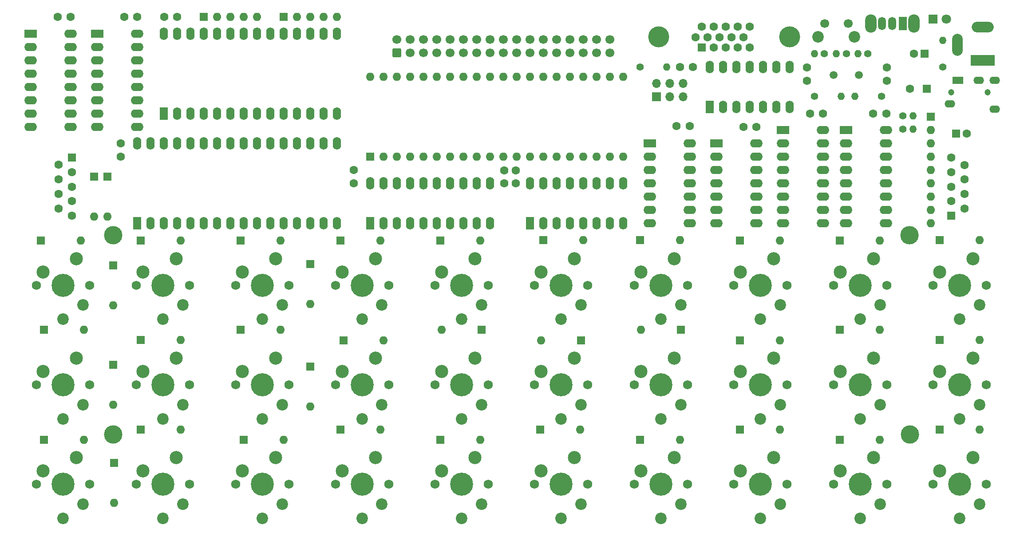
<source format=gbr>
%TF.GenerationSoftware,KiCad,Pcbnew,8.0.6*%
%TF.CreationDate,2024-12-27T12:36:34+00:00*%
%TF.ProjectId,a0,61302e6b-6963-4616-945f-706362585858,rev?*%
%TF.SameCoordinates,Original*%
%TF.FileFunction,Soldermask,Bot*%
%TF.FilePolarity,Negative*%
%FSLAX46Y46*%
G04 Gerber Fmt 4.6, Leading zero omitted, Abs format (unit mm)*
G04 Created by KiCad (PCBNEW 8.0.6) date 2024-12-27 12:36:34*
%MOMM*%
%LPD*%
G01*
G04 APERTURE LIST*
G04 Aperture macros list*
%AMRoundRect*
0 Rectangle with rounded corners*
0 $1 Rounding radius*
0 $2 $3 $4 $5 $6 $7 $8 $9 X,Y pos of 4 corners*
0 Add a 4 corners polygon primitive as box body*
4,1,4,$2,$3,$4,$5,$6,$7,$8,$9,$2,$3,0*
0 Add four circle primitives for the rounded corners*
1,1,$1+$1,$2,$3*
1,1,$1+$1,$4,$5*
1,1,$1+$1,$6,$7*
1,1,$1+$1,$8,$9*
0 Add four rect primitives between the rounded corners*
20,1,$1+$1,$2,$3,$4,$5,0*
20,1,$1+$1,$4,$5,$6,$7,0*
20,1,$1+$1,$6,$7,$8,$9,0*
20,1,$1+$1,$8,$9,$2,$3,0*%
G04 Aperture macros list end*
%ADD10C,1.750000*%
%ADD11C,4.400000*%
%ADD12C,2.500000*%
%ADD13C,2.200000*%
%ADD14C,1.600000*%
%ADD15R,2.400000X1.600000*%
%ADD16O,2.400000X1.600000*%
%ADD17R,1.600000X1.600000*%
%ADD18O,1.600000X1.600000*%
%ADD19O,1.500000X2.500000*%
%ADD20R,1.500000X2.500000*%
%ADD21O,2.200000X3.500000*%
%ADD22R,1.700000X1.700000*%
%ADD23O,1.700000X1.700000*%
%ADD24R,1.600000X2.400000*%
%ADD25O,1.600000X2.400000*%
%ADD26C,1.400000*%
%ADD27O,1.400000X1.400000*%
%ADD28C,3.500000*%
%ADD29O,2.000000X4.200000*%
%ADD30O,4.200000X2.000000*%
%ADD31R,4.600000X2.000000*%
%ADD32R,2.000000X1.400000*%
%ADD33O,2.000000X1.400000*%
%ADD34C,1.200000*%
%ADD35C,1.700000*%
%ADD36C,4.000000*%
%ADD37C,1.500000*%
%ADD38R,1.800000X1.800000*%
%ADD39C,1.800000*%
%ADD40RoundRect,0.250000X0.600000X-0.600000X0.600000X0.600000X-0.600000X0.600000X-0.600000X-0.600000X0*%
G04 APERTURE END LIST*
D10*
%TO.C,SW24*%
X108920000Y-133000000D03*
D11*
X114000000Y-133000000D03*
D10*
X119080000Y-133000000D03*
D12*
X116540000Y-127920000D03*
D13*
X117800000Y-136800000D03*
D12*
X110190000Y-130460000D03*
D13*
X114000000Y-139500000D03*
%TD*%
D10*
%TO.C,SW12*%
X70920000Y-114000000D03*
D11*
X76000000Y-114000000D03*
D10*
X81080000Y-114000000D03*
D12*
X78540000Y-108920000D03*
D13*
X79800000Y-117800000D03*
D12*
X72190000Y-111460000D03*
D13*
X76000000Y-120500000D03*
%TD*%
D10*
%TO.C,SW10*%
X222920000Y-95000000D03*
D11*
X228000000Y-95000000D03*
D10*
X233080000Y-95000000D03*
D12*
X230540000Y-89920000D03*
D13*
X231800000Y-98800000D03*
D12*
X224190000Y-92460000D03*
D13*
X228000000Y-101500000D03*
%TD*%
D10*
%TO.C,SW8*%
X184920000Y-95000000D03*
D11*
X190000000Y-95000000D03*
D10*
X195080000Y-95000000D03*
D12*
X192540000Y-89920000D03*
D13*
X193800000Y-98800000D03*
D12*
X186190000Y-92460000D03*
D13*
X190000000Y-101500000D03*
%TD*%
D10*
%TO.C,SW11*%
X51920000Y-114000000D03*
D11*
X57000000Y-114000000D03*
D10*
X62080000Y-114000000D03*
D12*
X59540000Y-108920000D03*
D13*
X60800000Y-117800000D03*
D12*
X53190000Y-111460000D03*
D13*
X57000000Y-120500000D03*
%TD*%
D10*
%TO.C,SW14*%
X108920000Y-114000000D03*
D11*
X114000000Y-114000000D03*
D10*
X119080000Y-114000000D03*
D12*
X116540000Y-108920000D03*
D13*
X117800000Y-117800000D03*
D12*
X110190000Y-111460000D03*
D13*
X114000000Y-120500000D03*
%TD*%
D10*
%TO.C,SW17*%
X165920000Y-114000000D03*
D11*
X171000000Y-114000000D03*
D10*
X176080000Y-114000000D03*
D12*
X173540000Y-108920000D03*
D13*
X174800000Y-117800000D03*
D12*
X167190000Y-111460000D03*
D13*
X171000000Y-120500000D03*
%TD*%
D10*
%TO.C,SW7*%
X165920000Y-95000000D03*
D11*
X171000000Y-95000000D03*
D10*
X176080000Y-95000000D03*
D12*
X173540000Y-89920000D03*
D13*
X174800000Y-98800000D03*
D12*
X167190000Y-92460000D03*
D13*
X171000000Y-101500000D03*
%TD*%
D10*
%TO.C,SW3*%
X89920000Y-95000000D03*
D11*
X95000000Y-95000000D03*
D10*
X100080000Y-95000000D03*
D12*
X97540000Y-89920000D03*
D13*
X98800000Y-98800000D03*
D12*
X91190000Y-92460000D03*
D13*
X95000000Y-101500000D03*
%TD*%
D10*
%TO.C,SW4*%
X108920000Y-95000000D03*
D11*
X114000000Y-95000000D03*
D10*
X119080000Y-95000000D03*
D12*
X116540000Y-89920000D03*
D13*
X117800000Y-98800000D03*
D12*
X110190000Y-92460000D03*
D13*
X114000000Y-101500000D03*
%TD*%
D10*
%TO.C,SW28*%
X184920000Y-133000000D03*
D11*
X190000000Y-133000000D03*
D10*
X195080000Y-133000000D03*
D12*
X192540000Y-127920000D03*
D13*
X193800000Y-136800000D03*
D12*
X186190000Y-130460000D03*
D13*
X190000000Y-139500000D03*
%TD*%
D10*
%TO.C,SW13*%
X89920000Y-114000000D03*
D11*
X95000000Y-114000000D03*
D10*
X100080000Y-114000000D03*
D12*
X97540000Y-108920000D03*
D13*
X98800000Y-117800000D03*
D12*
X91190000Y-111460000D03*
D13*
X95000000Y-120500000D03*
%TD*%
D10*
%TO.C,SW2*%
X70920000Y-95000000D03*
D11*
X76000000Y-95000000D03*
D10*
X81080000Y-95000000D03*
D12*
X78540000Y-89920000D03*
D13*
X79800000Y-98800000D03*
D12*
X72190000Y-92460000D03*
D13*
X76000000Y-101500000D03*
%TD*%
D10*
%TO.C,SW23*%
X89920000Y-133000000D03*
D11*
X95000000Y-133000000D03*
D10*
X100080000Y-133000000D03*
D12*
X97540000Y-127920000D03*
D13*
X98800000Y-136800000D03*
D12*
X91190000Y-130460000D03*
D13*
X95000000Y-139500000D03*
%TD*%
D10*
%TO.C,SW9*%
X203920000Y-95000000D03*
D11*
X209000000Y-95000000D03*
D10*
X214080000Y-95000000D03*
D12*
X211540000Y-89920000D03*
D13*
X212800000Y-98800000D03*
D12*
X205190000Y-92460000D03*
D13*
X209000000Y-101500000D03*
%TD*%
D10*
%TO.C,SW19*%
X203920000Y-114000000D03*
D11*
X209000000Y-114000000D03*
D10*
X214080000Y-114000000D03*
D12*
X211540000Y-108920000D03*
D13*
X212800000Y-117800000D03*
D12*
X205190000Y-111460000D03*
D13*
X209000000Y-120500000D03*
%TD*%
D10*
%TO.C,SW18*%
X184920000Y-114000000D03*
D11*
X190000000Y-114000000D03*
D10*
X195080000Y-114000000D03*
D12*
X192540000Y-108920000D03*
D13*
X193800000Y-117800000D03*
D12*
X186190000Y-111460000D03*
D13*
X190000000Y-120500000D03*
%TD*%
D10*
%TO.C,SW22*%
X70920000Y-133000000D03*
D11*
X76000000Y-133000000D03*
D10*
X81080000Y-133000000D03*
D12*
X78540000Y-127920000D03*
D13*
X79800000Y-136800000D03*
D12*
X72190000Y-130460000D03*
D13*
X76000000Y-139500000D03*
%TD*%
D10*
%TO.C,SW21*%
X51920000Y-133000000D03*
D11*
X57000000Y-133000000D03*
D10*
X62080000Y-133000000D03*
D12*
X59540000Y-127920000D03*
D13*
X60800000Y-136800000D03*
D12*
X53190000Y-130460000D03*
D13*
X57000000Y-139500000D03*
%TD*%
D10*
%TO.C,SW16*%
X146920000Y-114000000D03*
D11*
X152000000Y-114000000D03*
D10*
X157080000Y-114000000D03*
D12*
X154540000Y-108920000D03*
D13*
X155800000Y-117800000D03*
D12*
X148190000Y-111460000D03*
D13*
X152000000Y-120500000D03*
%TD*%
D10*
%TO.C,SW30*%
X222920000Y-133000000D03*
D11*
X228000000Y-133000000D03*
D10*
X233080000Y-133000000D03*
D12*
X230540000Y-127920000D03*
D13*
X231800000Y-136800000D03*
D12*
X224190000Y-130460000D03*
D13*
X228000000Y-139500000D03*
%TD*%
D10*
%TO.C,SW6*%
X146920000Y-95000000D03*
D11*
X152000000Y-95000000D03*
D10*
X157080000Y-95000000D03*
D12*
X154540000Y-89920000D03*
D13*
X155800000Y-98800000D03*
D12*
X148190000Y-92460000D03*
D13*
X152000000Y-101500000D03*
%TD*%
D10*
%TO.C,SW26*%
X146920000Y-133000000D03*
D11*
X152000000Y-133000000D03*
D10*
X157080000Y-133000000D03*
D12*
X154540000Y-127920000D03*
D13*
X155800000Y-136800000D03*
D12*
X148190000Y-130460000D03*
D13*
X152000000Y-139500000D03*
%TD*%
D10*
%TO.C,SW25*%
X127920000Y-133000000D03*
D11*
X133000000Y-133000000D03*
D10*
X138080000Y-133000000D03*
D12*
X135540000Y-127920000D03*
D13*
X136800000Y-136800000D03*
D12*
X129190000Y-130460000D03*
D13*
X133000000Y-139500000D03*
%TD*%
D10*
%TO.C,SW15*%
X127920000Y-114000000D03*
D11*
X133000000Y-114000000D03*
D10*
X138080000Y-114000000D03*
D12*
X135540000Y-108920000D03*
D13*
X136800000Y-117800000D03*
D12*
X129190000Y-111460000D03*
D13*
X133000000Y-120500000D03*
%TD*%
D10*
%TO.C,SW27*%
X165920000Y-133000000D03*
D11*
X171000000Y-133000000D03*
D10*
X176080000Y-133000000D03*
D12*
X173540000Y-127920000D03*
D13*
X174800000Y-136800000D03*
D12*
X167190000Y-130460000D03*
D13*
X171000000Y-139500000D03*
%TD*%
D10*
%TO.C,SW29*%
X203920000Y-133000000D03*
D11*
X209000000Y-133000000D03*
D10*
X214080000Y-133000000D03*
D12*
X211540000Y-127920000D03*
D13*
X212800000Y-136800000D03*
D12*
X205190000Y-130460000D03*
D13*
X209000000Y-139500000D03*
%TD*%
D10*
%TO.C,SW5*%
X127920000Y-95000000D03*
D11*
X133000000Y-95000000D03*
D10*
X138080000Y-95000000D03*
D12*
X135540000Y-89920000D03*
D13*
X136800000Y-98800000D03*
D12*
X129190000Y-92460000D03*
D13*
X133000000Y-101500000D03*
%TD*%
D10*
%TO.C,SW20*%
X222920000Y-114000000D03*
D11*
X228000000Y-114000000D03*
D10*
X233080000Y-114000000D03*
D12*
X230540000Y-108920000D03*
D13*
X231800000Y-117800000D03*
D12*
X224190000Y-111460000D03*
D13*
X228000000Y-120500000D03*
%TD*%
D10*
%TO.C,SW1*%
X51920000Y-95000000D03*
D11*
X57000000Y-95000000D03*
D10*
X62080000Y-95000000D03*
D12*
X59540000Y-89920000D03*
D13*
X60800000Y-98800000D03*
D12*
X53190000Y-92460000D03*
D13*
X57000000Y-101500000D03*
%TD*%
D14*
%TO.C,C7*%
X67945000Y-70465000D03*
X67945000Y-67965000D03*
%TD*%
D15*
%TO.C,U10*%
X181610000Y-67945000D03*
D16*
X181610000Y-70485000D03*
X181610000Y-73025000D03*
X181610000Y-75565000D03*
X181610000Y-78105000D03*
X181610000Y-80645000D03*
X181610000Y-83185000D03*
X189230000Y-83185000D03*
X189230000Y-80645000D03*
X189230000Y-78105000D03*
X189230000Y-75565000D03*
X189230000Y-73025000D03*
X189230000Y-70485000D03*
X189230000Y-67945000D03*
%TD*%
D14*
%TO.C,C2*%
X214085000Y-53487000D03*
X214085000Y-55987000D03*
%TD*%
D17*
%TO.C,J8*%
X226357169Y-81750000D03*
D14*
X226357169Y-78980000D03*
X226357169Y-76210000D03*
X226357169Y-73440000D03*
X226357169Y-70670000D03*
X228897169Y-80365000D03*
X228897169Y-77595000D03*
X228897169Y-74825000D03*
X228897169Y-72055000D03*
%TD*%
D17*
%TO.C,D37*%
X65405000Y-74295000D03*
D18*
X65405000Y-81915000D03*
%TD*%
D19*
%TO.C,SW32*%
X213170000Y-45085000D03*
X215170000Y-45085000D03*
D20*
X217170000Y-45085000D03*
D21*
X211070000Y-45085000D03*
X219270000Y-45085000D03*
%TD*%
D15*
%TO.C,U12*%
X206360000Y-65420000D03*
D16*
X206360000Y-67960000D03*
X206360000Y-70500000D03*
X206360000Y-73040000D03*
X206360000Y-75580000D03*
X206360000Y-78120000D03*
X206360000Y-80660000D03*
X206360000Y-83200000D03*
X213980000Y-83200000D03*
X213980000Y-80660000D03*
X213980000Y-78120000D03*
X213980000Y-75580000D03*
X213980000Y-73040000D03*
X213980000Y-70500000D03*
X213980000Y-67960000D03*
X213980000Y-65420000D03*
%TD*%
D17*
%TO.C,D7*%
X52705000Y-86500000D03*
D18*
X60325000Y-86500000D03*
%TD*%
D17*
%TO.C,D12*%
X224155000Y-86360000D03*
D18*
X231775000Y-86360000D03*
%TD*%
D17*
%TO.C,J7*%
X58642831Y-70660000D03*
D14*
X58642831Y-73430000D03*
X58642831Y-76200000D03*
X58642831Y-78970000D03*
X58642831Y-81740000D03*
X56102831Y-72045000D03*
X56102831Y-74815000D03*
X56102831Y-77585000D03*
X56102831Y-80355000D03*
%TD*%
D22*
%TO.C,J1*%
X170195000Y-59060000D03*
D23*
X170195000Y-56520000D03*
X172735000Y-59060000D03*
X172735000Y-56520000D03*
X175275000Y-59060000D03*
X175275000Y-56520000D03*
%TD*%
D24*
%TO.C,U3*%
X76210000Y-62230000D03*
D25*
X78750000Y-62230000D03*
X81290000Y-62230000D03*
X83830000Y-62230000D03*
X86370000Y-62230000D03*
X88910000Y-62230000D03*
X91450000Y-62230000D03*
X93990000Y-62230000D03*
X96530000Y-62230000D03*
X99070000Y-62230000D03*
X101610000Y-62230000D03*
X104150000Y-62230000D03*
X106690000Y-62230000D03*
X109230000Y-62230000D03*
X109230000Y-46990000D03*
X106690000Y-46990000D03*
X104150000Y-46990000D03*
X101610000Y-46990000D03*
X99070000Y-46990000D03*
X96530000Y-46990000D03*
X93990000Y-46990000D03*
X91450000Y-46990000D03*
X88910000Y-46990000D03*
X86370000Y-46990000D03*
X83830000Y-46990000D03*
X81290000Y-46990000D03*
X78750000Y-46990000D03*
X76210000Y-46990000D03*
%TD*%
D24*
%TO.C,U8*%
X180340000Y-60975000D03*
D25*
X182880000Y-60975000D03*
X185420000Y-60975000D03*
X187960000Y-60975000D03*
X190500000Y-60975000D03*
X193040000Y-60975000D03*
X195580000Y-60975000D03*
X195580000Y-53355000D03*
X193040000Y-53355000D03*
X190500000Y-53355000D03*
X187960000Y-53355000D03*
X185420000Y-53355000D03*
X182880000Y-53355000D03*
X180340000Y-53355000D03*
%TD*%
D14*
%TO.C,C5*%
X68620000Y-43815000D03*
X71120000Y-43815000D03*
%TD*%
%TO.C,C11*%
X174645000Y-53340000D03*
X177145000Y-53340000D03*
%TD*%
D17*
%TO.C,D6*%
X66500000Y-91190000D03*
D18*
X66500000Y-98810000D03*
%TD*%
D26*
%TO.C,R13*%
X210500000Y-50800000D03*
D27*
X208600000Y-50800000D03*
%TD*%
D26*
%TO.C,R2*%
X213106000Y-58928000D03*
D27*
X208026000Y-58928000D03*
%TD*%
D28*
%TO.C,H4*%
X218500000Y-123500000D03*
%TD*%
D17*
%TO.C,RN1*%
X222504000Y-62865000D03*
D18*
X222504000Y-65405000D03*
X222504000Y-67945000D03*
X222504000Y-70485000D03*
X222504000Y-73025000D03*
X222504000Y-75565000D03*
X222504000Y-78105000D03*
X222504000Y-80645000D03*
X222504000Y-83185000D03*
%TD*%
D14*
%TO.C,C15*%
X211495000Y-62230000D03*
X213995000Y-62230000D03*
%TD*%
D17*
%TO.C,D28*%
X91440000Y-124460000D03*
D18*
X99060000Y-124460000D03*
%TD*%
D29*
%TO.C,J6*%
X227610000Y-49170000D03*
D30*
X232410000Y-45770000D03*
D31*
X232410000Y-52070000D03*
%TD*%
D17*
%TO.C,U5*%
X115570000Y-70485000D03*
D18*
X118110000Y-70485000D03*
X120650000Y-70485000D03*
X123190000Y-70485000D03*
X125730000Y-70485000D03*
X128270000Y-70485000D03*
X130810000Y-70485000D03*
X133350000Y-70485000D03*
X135890000Y-70485000D03*
X138430000Y-70485000D03*
X140970000Y-70485000D03*
X143510000Y-70485000D03*
X146050000Y-70485000D03*
X148590000Y-70485000D03*
X151130000Y-70485000D03*
X153670000Y-70485000D03*
X156210000Y-70485000D03*
X158750000Y-70485000D03*
X161290000Y-70485000D03*
X163830000Y-70485000D03*
X163830000Y-55245000D03*
X161290000Y-55245000D03*
X158750000Y-55245000D03*
X156210000Y-55245000D03*
X153670000Y-55245000D03*
X151130000Y-55245000D03*
X148590000Y-55245000D03*
X146050000Y-55245000D03*
X143510000Y-55245000D03*
X140970000Y-55245000D03*
X138430000Y-55245000D03*
X135890000Y-55245000D03*
X133350000Y-55245000D03*
X130810000Y-55245000D03*
X128270000Y-55245000D03*
X125730000Y-55245000D03*
X123190000Y-55245000D03*
X120650000Y-55245000D03*
X118110000Y-55245000D03*
X115570000Y-55245000D03*
%TD*%
D17*
%TO.C,D8*%
X90805000Y-86500000D03*
D18*
X98425000Y-86500000D03*
%TD*%
D32*
%TO.C,J3*%
X227660000Y-55887500D03*
D33*
X226160000Y-60387500D03*
X234660000Y-55887500D03*
X231660000Y-55887500D03*
X234660000Y-61387500D03*
D34*
X226360000Y-58187500D03*
X233360000Y-58187500D03*
%TD*%
D17*
%TO.C,D10*%
X167005000Y-86360000D03*
D18*
X174625000Y-86360000D03*
%TD*%
D26*
%TO.C,R5*%
X217175000Y-62655000D03*
D27*
X219075000Y-62655000D03*
%TD*%
D17*
%TO.C,D2*%
X104140000Y-110490000D03*
D18*
X104140000Y-118110000D03*
%TD*%
D14*
%TO.C,C6*%
X78740000Y-43815000D03*
X76240000Y-43815000D03*
%TD*%
D17*
%TO.C,RN3*%
X83820000Y-43815000D03*
D18*
X86360000Y-43815000D03*
X88900000Y-43815000D03*
X91440000Y-43815000D03*
X93980000Y-43815000D03*
%TD*%
D28*
%TO.C,H3*%
X66500000Y-123500000D03*
%TD*%
D24*
%TO.C,U6*%
X115570000Y-83185000D03*
D25*
X118110000Y-83185000D03*
X120650000Y-83185000D03*
X123190000Y-83185000D03*
X125730000Y-83185000D03*
X128270000Y-83185000D03*
X130810000Y-83185000D03*
X133350000Y-83185000D03*
X135890000Y-83185000D03*
X138430000Y-83185000D03*
X138430000Y-75565000D03*
X135890000Y-75565000D03*
X133350000Y-75565000D03*
X130810000Y-75565000D03*
X128270000Y-75565000D03*
X125730000Y-75565000D03*
X123190000Y-75565000D03*
X120650000Y-75565000D03*
X118110000Y-75565000D03*
X115570000Y-75565000D03*
%TD*%
D17*
%TO.C,D18*%
X90805000Y-103505000D03*
D18*
X98425000Y-103505000D03*
%TD*%
D35*
%TO.C,SW31*%
X206720000Y-45085000D03*
X202220000Y-45085000D03*
D13*
X207970000Y-47585000D03*
X200970000Y-47585000D03*
%TD*%
D17*
%TO.C,D4*%
X66675000Y-128905000D03*
D18*
X66675000Y-136525000D03*
%TD*%
D17*
%TO.C,D26*%
X224155000Y-105410000D03*
D18*
X231775000Y-105410000D03*
%TD*%
D36*
%TO.C,J2*%
X195580000Y-47625000D03*
X170580000Y-47625000D03*
D17*
X178765000Y-49675000D03*
D14*
X181055000Y-49675000D03*
X183345000Y-49675000D03*
X185635000Y-49675000D03*
X187925000Y-49675000D03*
X177620000Y-47695000D03*
X179910000Y-47695000D03*
X182200000Y-47695000D03*
X184490000Y-47695000D03*
X186780000Y-47695000D03*
X178765000Y-45715000D03*
X181055000Y-45715000D03*
X183345000Y-45715000D03*
X185635000Y-45715000D03*
X187925000Y-45715000D03*
%TD*%
D28*
%TO.C,H1*%
X218440000Y-85500000D03*
%TD*%
D26*
%TO.C,R3*%
X167005000Y-53340000D03*
D27*
X172085000Y-53340000D03*
%TD*%
D15*
%TO.C,U11*%
X194310000Y-65405000D03*
D16*
X194310000Y-67945000D03*
X194310000Y-70485000D03*
X194310000Y-73025000D03*
X194310000Y-75565000D03*
X194310000Y-78105000D03*
X194310000Y-80645000D03*
X194310000Y-83185000D03*
X201930000Y-83185000D03*
X201930000Y-80645000D03*
X201930000Y-78105000D03*
X201930000Y-75565000D03*
X201930000Y-73025000D03*
X201930000Y-70485000D03*
X201930000Y-67945000D03*
X201930000Y-65405000D03*
%TD*%
D17*
%TO.C,D34*%
X147955000Y-122555000D03*
D18*
X155575000Y-122555000D03*
%TD*%
D37*
%TO.C,Y1*%
X203925000Y-54864000D03*
X208805000Y-54864000D03*
%TD*%
D17*
%TO.C,D22*%
X71755000Y-105410000D03*
D18*
X79375000Y-105410000D03*
%TD*%
D24*
%TO.C,U4*%
X71120000Y-83185000D03*
D25*
X73660000Y-83185000D03*
X76200000Y-83185000D03*
X78740000Y-83185000D03*
X81280000Y-83185000D03*
X83820000Y-83185000D03*
X86360000Y-83185000D03*
X88900000Y-83185000D03*
X91440000Y-83185000D03*
X93980000Y-83185000D03*
X96520000Y-83185000D03*
X99060000Y-83185000D03*
X101600000Y-83185000D03*
X104140000Y-83185000D03*
X106680000Y-83185000D03*
X109220000Y-83185000D03*
X109220000Y-67945000D03*
X106680000Y-67945000D03*
X104140000Y-67945000D03*
X101600000Y-67945000D03*
X99060000Y-67945000D03*
X96520000Y-67945000D03*
X93980000Y-67945000D03*
X91440000Y-67945000D03*
X88900000Y-67945000D03*
X86360000Y-67945000D03*
X83820000Y-67945000D03*
X81280000Y-67945000D03*
X78740000Y-67945000D03*
X76200000Y-67945000D03*
X73660000Y-67945000D03*
X71120000Y-67945000D03*
%TD*%
D17*
%TO.C,D13*%
X186055000Y-86500000D03*
D18*
X193675000Y-86500000D03*
%TD*%
D17*
%TO.C,C3*%
X221300113Y-50800000D03*
D14*
X219300113Y-50800000D03*
%TD*%
D17*
%TO.C,D31*%
X205105000Y-124500000D03*
D18*
X212725000Y-124500000D03*
%TD*%
D14*
%TO.C,C8*%
X112395000Y-73025000D03*
X112395000Y-75525000D03*
%TD*%
%TO.C,C10*%
X141165000Y-73065000D03*
X141165000Y-75565000D03*
%TD*%
D17*
%TO.C,D11*%
X205105000Y-86500000D03*
D18*
X212725000Y-86500000D03*
%TD*%
D17*
%TO.C,D24*%
X155810000Y-105500000D03*
D18*
X148190000Y-105500000D03*
%TD*%
D17*
%TO.C,BZ1*%
X221750000Y-57500000D03*
D14*
X218550000Y-57500000D03*
%TD*%
D17*
%TO.C,RN2*%
X99060000Y-43815000D03*
D18*
X101600000Y-43815000D03*
X104140000Y-43815000D03*
X106680000Y-43815000D03*
X109220000Y-43815000D03*
%TD*%
D17*
%TO.C,D33*%
X109855000Y-122555000D03*
D18*
X117475000Y-122555000D03*
%TD*%
D17*
%TO.C,D36*%
X224155000Y-122555000D03*
D18*
X231775000Y-122555000D03*
%TD*%
D14*
%TO.C,C12*%
X173990000Y-64643000D03*
X176490000Y-64643000D03*
%TD*%
%TO.C,C14*%
X199430000Y-62230000D03*
X201930000Y-62230000D03*
%TD*%
D17*
%TO.C,D17*%
X53340000Y-103505000D03*
D18*
X60960000Y-103505000D03*
%TD*%
D17*
%TO.C,D32*%
X71755000Y-122555000D03*
D18*
X79375000Y-122555000D03*
%TD*%
D17*
%TO.C,D23*%
X110490000Y-105500000D03*
D18*
X118110000Y-105500000D03*
%TD*%
D28*
%TO.C,H2*%
X66500000Y-85500000D03*
%TD*%
D24*
%TO.C,U7*%
X146050000Y-83185000D03*
D25*
X148590000Y-83185000D03*
X151130000Y-83185000D03*
X153670000Y-83185000D03*
X156210000Y-83185000D03*
X158750000Y-83185000D03*
X161290000Y-83185000D03*
X163830000Y-83185000D03*
X163830000Y-75565000D03*
X161290000Y-75565000D03*
X158750000Y-75565000D03*
X156210000Y-75565000D03*
X153670000Y-75565000D03*
X151130000Y-75565000D03*
X148590000Y-75565000D03*
X146050000Y-75565000D03*
%TD*%
D14*
%TO.C,C1*%
X198845000Y-53487000D03*
X198845000Y-55987000D03*
%TD*%
D17*
%TO.C,D15*%
X109855000Y-86500000D03*
D18*
X117475000Y-86500000D03*
%TD*%
D17*
%TO.C,D29*%
X128905000Y-124500000D03*
D18*
X136525000Y-124500000D03*
%TD*%
D17*
%TO.C,D3*%
X104140000Y-91000000D03*
D18*
X104140000Y-98620000D03*
%TD*%
D17*
%TO.C,D38*%
X62865000Y-74295000D03*
D18*
X62865000Y-81915000D03*
%TD*%
D17*
%TO.C,D30*%
X167005000Y-124500000D03*
D18*
X174625000Y-124500000D03*
%TD*%
D17*
%TO.C,D20*%
X174810000Y-103505000D03*
D18*
X167190000Y-103505000D03*
%TD*%
D26*
%TO.C,R11*%
X202200000Y-50800000D03*
D27*
X200300000Y-50800000D03*
%TD*%
D17*
%TO.C,D27*%
X53340000Y-124460000D03*
D18*
X60960000Y-124460000D03*
%TD*%
D17*
%TO.C,D14*%
X148590000Y-86360000D03*
D18*
X156210000Y-86360000D03*
%TD*%
D17*
%TO.C,D5*%
X66500000Y-110190000D03*
D18*
X66500000Y-117810000D03*
%TD*%
D17*
%TO.C,D16*%
X71755000Y-86500000D03*
D18*
X79375000Y-86500000D03*
%TD*%
D17*
%TO.C,C16*%
X227330000Y-66040000D03*
D14*
X229330000Y-66040000D03*
%TD*%
D26*
%TO.C,R14*%
X217175000Y-65195000D03*
D27*
X219075000Y-65195000D03*
%TD*%
D26*
%TO.C,R1*%
X200316000Y-58928000D03*
D27*
X205396000Y-58928000D03*
%TD*%
D17*
%TO.C,D25*%
X186055000Y-105500000D03*
D18*
X193675000Y-105500000D03*
%TD*%
D15*
%TO.C,U2*%
X63500000Y-46990000D03*
D16*
X63500000Y-49530000D03*
X63500000Y-52070000D03*
X63500000Y-54610000D03*
X63500000Y-57150000D03*
X63500000Y-59690000D03*
X63500000Y-62230000D03*
X63500000Y-64770000D03*
X71120000Y-64770000D03*
X71120000Y-62230000D03*
X71120000Y-59690000D03*
X71120000Y-57150000D03*
X71120000Y-54610000D03*
X71120000Y-52070000D03*
X71120000Y-49530000D03*
X71120000Y-46990000D03*
%TD*%
D17*
%TO.C,D35*%
X186055000Y-122555000D03*
D18*
X193675000Y-122555000D03*
%TD*%
D17*
%TO.C,D19*%
X136810000Y-103505000D03*
D18*
X129190000Y-103505000D03*
%TD*%
D17*
%TO.C,D9*%
X128905000Y-86500000D03*
D18*
X136525000Y-86500000D03*
%TD*%
D17*
%TO.C,D21*%
X205105000Y-103505000D03*
D18*
X212725000Y-103505000D03*
%TD*%
D15*
%TO.C,U1*%
X50800000Y-46990000D03*
D16*
X50800000Y-49530000D03*
X50800000Y-52070000D03*
X50800000Y-54610000D03*
X50800000Y-57150000D03*
X50800000Y-59690000D03*
X50800000Y-62230000D03*
X50800000Y-64770000D03*
X58420000Y-64770000D03*
X58420000Y-62230000D03*
X58420000Y-59690000D03*
X58420000Y-57150000D03*
X58420000Y-54610000D03*
X58420000Y-52070000D03*
X58420000Y-49530000D03*
X58420000Y-46990000D03*
%TD*%
D14*
%TO.C,C9*%
X143324000Y-75565000D03*
X143324000Y-73065000D03*
%TD*%
D15*
%TO.C,U9*%
X168910000Y-67940000D03*
D16*
X168910000Y-70480000D03*
X168910000Y-73020000D03*
X168910000Y-75560000D03*
X168910000Y-78100000D03*
X168910000Y-80640000D03*
X168910000Y-83180000D03*
X176530000Y-83180000D03*
X176530000Y-80640000D03*
X176530000Y-78100000D03*
X176530000Y-75560000D03*
X176530000Y-73020000D03*
X176530000Y-70480000D03*
X176530000Y-67940000D03*
%TD*%
D14*
%TO.C,C13*%
X186730000Y-64770000D03*
X189230000Y-64770000D03*
%TD*%
D38*
%TO.C,D1*%
X222880000Y-44196000D03*
D39*
X225420000Y-44196000D03*
%TD*%
D26*
%TO.C,R12*%
X206375000Y-50800000D03*
D27*
X204475000Y-50800000D03*
%TD*%
D40*
%TO.C,J5*%
X120650000Y-50697500D03*
D35*
X120650000Y-48157500D03*
X123190000Y-50697500D03*
X123190000Y-48157500D03*
X125730000Y-50697500D03*
X125730000Y-48157500D03*
X128270000Y-50697500D03*
X128270000Y-48157500D03*
X130810000Y-50697500D03*
X130810000Y-48157500D03*
X133350000Y-50697500D03*
X133350000Y-48157500D03*
X135890000Y-50697500D03*
X135890000Y-48157500D03*
X138430000Y-50697500D03*
X138430000Y-48157500D03*
X140970000Y-50697500D03*
X140970000Y-48157500D03*
X143510000Y-50697500D03*
X143510000Y-48157500D03*
X146050000Y-50697500D03*
X146050000Y-48157500D03*
X148590000Y-50697500D03*
X148590000Y-48157500D03*
X151130000Y-50697500D03*
X151130000Y-48157500D03*
X153670000Y-50697500D03*
X153670000Y-48157500D03*
X156210000Y-50697500D03*
X156210000Y-48157500D03*
X158750000Y-50697500D03*
X158750000Y-48157500D03*
X161290000Y-50697500D03*
X161290000Y-48157500D03*
%TD*%
D14*
%TO.C,C4*%
X55920000Y-43815000D03*
X58420000Y-43815000D03*
%TD*%
D26*
%TO.C,R4*%
X224790000Y-53340000D03*
D27*
X224790000Y-48260000D03*
%TD*%
M02*

</source>
